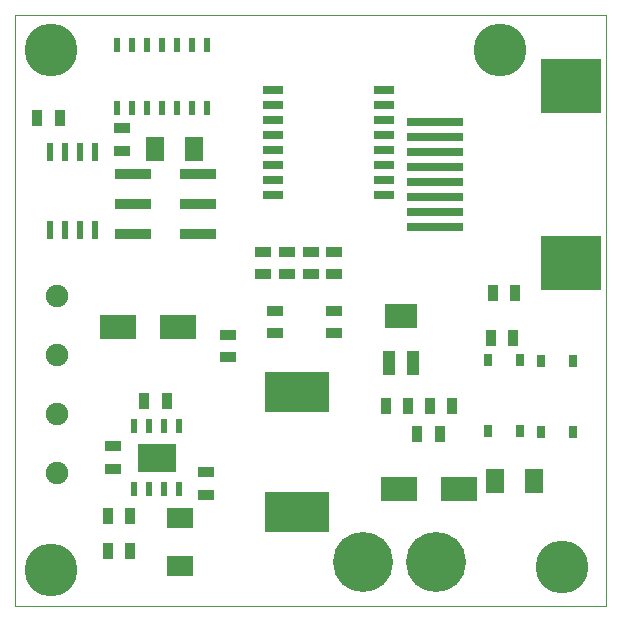
<source format=gts>
G04 (created by PCBNEW (2013-jul-07)-stable) date Wed 08 Apr 2015 02:36:29 PM EDT*
%MOIN*%
G04 Gerber Fmt 3.4, Leading zero omitted, Abs format*
%FSLAX34Y34*%
G01*
G70*
G90*
G04 APERTURE LIST*
%ADD10C,0.00590551*%
%ADD11C,0.00393701*%
%ADD12R,0.02X0.06*%
%ADD13R,0.02X0.045*%
%ADD14R,0.205X0.18*%
%ADD15R,0.187X0.025*%
%ADD16R,0.035X0.055*%
%ADD17R,0.119X0.038*%
%ADD18R,0.07X0.025*%
%ADD19C,0.0748031*%
%ADD20R,0.055X0.035*%
%ADD21C,0.176*%
%ADD22R,0.13X0.095*%
%ADD23R,0.06X0.08*%
%ADD24R,0.12X0.08*%
%ADD25R,0.085X0.07*%
%ADD26R,0.1102X0.0787*%
%ADD27R,0.0394X0.0787*%
%ADD28R,0.03X0.04*%
%ADD29C,0.2*%
%ADD30R,0.213X0.134*%
G04 APERTURE END LIST*
G54D10*
G54D11*
X48818Y-39763D02*
X48818Y-20078D01*
X29133Y-39763D02*
X48818Y-39763D01*
X29133Y-20078D02*
X29133Y-39763D01*
X48818Y-20078D02*
X29133Y-20078D01*
G54D12*
X30281Y-24643D03*
X30781Y-24643D03*
X31281Y-24643D03*
X31781Y-24643D03*
X31781Y-27243D03*
X31281Y-27243D03*
X30781Y-27243D03*
X30281Y-27243D03*
G54D13*
X32524Y-23183D03*
X33024Y-23183D03*
X33524Y-23183D03*
X34024Y-23183D03*
X34524Y-23183D03*
X35024Y-23183D03*
X35524Y-23183D03*
X35524Y-21083D03*
X35024Y-21083D03*
X34524Y-21083D03*
X34024Y-21083D03*
X33524Y-21083D03*
X33024Y-21083D03*
X32524Y-21083D03*
G54D14*
X47663Y-22431D03*
G54D15*
X43113Y-23631D03*
X43113Y-24131D03*
X43113Y-24631D03*
X43113Y-25131D03*
X43113Y-25631D03*
X43113Y-26131D03*
X43113Y-26631D03*
X43113Y-27131D03*
G54D14*
X47663Y-28331D03*
G54D16*
X30604Y-23495D03*
X29854Y-23495D03*
G54D17*
X35221Y-25389D03*
X35221Y-26389D03*
X35221Y-27389D03*
X33041Y-25389D03*
X33041Y-26389D03*
X33041Y-27389D03*
G54D18*
X41426Y-26066D03*
X41426Y-25566D03*
X41426Y-25066D03*
X41426Y-24566D03*
X41426Y-24066D03*
X41426Y-23566D03*
X41426Y-23066D03*
X41426Y-22566D03*
X37726Y-22566D03*
X37726Y-23066D03*
X37726Y-23566D03*
X37726Y-24066D03*
X37726Y-24566D03*
X37726Y-25066D03*
X37726Y-25566D03*
X37726Y-26066D03*
G54D19*
X30531Y-29427D03*
X30531Y-31396D03*
X30531Y-33364D03*
X30531Y-35333D03*
G54D20*
X32675Y-24595D03*
X32675Y-23845D03*
G54D21*
X47368Y-38487D03*
G54D13*
X34592Y-35883D03*
X34592Y-33783D03*
X34092Y-35883D03*
X33592Y-35883D03*
X33092Y-35883D03*
X34092Y-33783D03*
X33592Y-33783D03*
X33092Y-33783D03*
G54D22*
X33842Y-34833D03*
G54D23*
X45131Y-35611D03*
X46431Y-35611D03*
G54D16*
X45726Y-30837D03*
X44976Y-30837D03*
X45795Y-29352D03*
X45045Y-29352D03*
X32208Y-37943D03*
X32958Y-37943D03*
X34178Y-32943D03*
X33428Y-32943D03*
X32208Y-36762D03*
X32958Y-36762D03*
X42235Y-33110D03*
X41485Y-33110D03*
X43696Y-33110D03*
X42946Y-33110D03*
X42526Y-34040D03*
X43276Y-34040D03*
G54D20*
X35500Y-36068D03*
X35500Y-35318D03*
X32385Y-35208D03*
X32385Y-34458D03*
G54D24*
X41907Y-35868D03*
X43907Y-35868D03*
G54D25*
X34630Y-38428D03*
X34630Y-36828D03*
G54D26*
X41978Y-30096D03*
G54D27*
X42372Y-31670D03*
X41584Y-31670D03*
G54D28*
X45944Y-33939D03*
X44894Y-33939D03*
X45944Y-31579D03*
X44884Y-31579D03*
X47705Y-33965D03*
X46655Y-33965D03*
X47705Y-31605D03*
X46645Y-31605D03*
G54D29*
X40707Y-38309D03*
X43146Y-38324D03*
G54D30*
X38511Y-36649D03*
X38511Y-32649D03*
G54D24*
X32566Y-30481D03*
X34566Y-30481D03*
G54D20*
X39763Y-27971D03*
X39763Y-28721D03*
X38976Y-27971D03*
X38976Y-28721D03*
X38188Y-27971D03*
X38188Y-28721D03*
X37401Y-27971D03*
X37401Y-28721D03*
X39763Y-29939D03*
X39763Y-30689D03*
X37795Y-29939D03*
X37795Y-30689D03*
X36220Y-30727D03*
X36220Y-31477D03*
G54D21*
X45275Y-21259D03*
X30314Y-21259D03*
X30314Y-38582D03*
G54D23*
X35097Y-24535D03*
X33797Y-24535D03*
M02*

</source>
